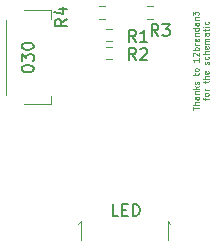
<source format=gbr>
%TF.GenerationSoftware,KiCad,Pcbnew,(5.1.10)-1*%
%TF.CreationDate,2022-03-08T18:47:31-05:00*%
%TF.ProjectId,030,3033302e-6b69-4636-9164-5f7063625858,rev?*%
%TF.SameCoordinates,Original*%
%TF.FileFunction,Legend,Top*%
%TF.FilePolarity,Positive*%
%FSLAX46Y46*%
G04 Gerber Fmt 4.6, Leading zero omitted, Abs format (unit mm)*
G04 Created by KiCad (PCBNEW (5.1.10)-1) date 2022-03-08 18:47:31*
%MOMM*%
%LPD*%
G01*
G04 APERTURE LIST*
%ADD10C,0.100000*%
%ADD11C,0.120000*%
%ADD12C,0.150000*%
G04 APERTURE END LIST*
D10*
X111950190Y-61594476D02*
X111950190Y-61308761D01*
X112450190Y-61451619D02*
X111950190Y-61451619D01*
X112450190Y-61142095D02*
X111950190Y-61142095D01*
X112450190Y-60927809D02*
X112188285Y-60927809D01*
X112140666Y-60951619D01*
X112116857Y-60999238D01*
X112116857Y-61070666D01*
X112140666Y-61118285D01*
X112164476Y-61142095D01*
X112450190Y-60475428D02*
X112188285Y-60475428D01*
X112140666Y-60499238D01*
X112116857Y-60546857D01*
X112116857Y-60642095D01*
X112140666Y-60689714D01*
X112426380Y-60475428D02*
X112450190Y-60523047D01*
X112450190Y-60642095D01*
X112426380Y-60689714D01*
X112378761Y-60713523D01*
X112331142Y-60713523D01*
X112283523Y-60689714D01*
X112259714Y-60642095D01*
X112259714Y-60523047D01*
X112235904Y-60475428D01*
X112116857Y-60237333D02*
X112450190Y-60237333D01*
X112164476Y-60237333D02*
X112140666Y-60213523D01*
X112116857Y-60165904D01*
X112116857Y-60094476D01*
X112140666Y-60046857D01*
X112188285Y-60023047D01*
X112450190Y-60023047D01*
X112450190Y-59784952D02*
X111950190Y-59784952D01*
X112259714Y-59737333D02*
X112450190Y-59594476D01*
X112116857Y-59594476D02*
X112307333Y-59784952D01*
X112426380Y-59404000D02*
X112450190Y-59356380D01*
X112450190Y-59261142D01*
X112426380Y-59213523D01*
X112378761Y-59189714D01*
X112354952Y-59189714D01*
X112307333Y-59213523D01*
X112283523Y-59261142D01*
X112283523Y-59332571D01*
X112259714Y-59380190D01*
X112212095Y-59404000D01*
X112188285Y-59404000D01*
X112140666Y-59380190D01*
X112116857Y-59332571D01*
X112116857Y-59261142D01*
X112140666Y-59213523D01*
X112116857Y-58665904D02*
X112116857Y-58475428D01*
X111950190Y-58594476D02*
X112378761Y-58594476D01*
X112426380Y-58570666D01*
X112450190Y-58523047D01*
X112450190Y-58475428D01*
X112450190Y-58237333D02*
X112426380Y-58284952D01*
X112402571Y-58308761D01*
X112354952Y-58332571D01*
X112212095Y-58332571D01*
X112164476Y-58308761D01*
X112140666Y-58284952D01*
X112116857Y-58237333D01*
X112116857Y-58165904D01*
X112140666Y-58118285D01*
X112164476Y-58094476D01*
X112212095Y-58070666D01*
X112354952Y-58070666D01*
X112402571Y-58094476D01*
X112426380Y-58118285D01*
X112450190Y-58165904D01*
X112450190Y-58237333D01*
X112450190Y-57213523D02*
X112450190Y-57499238D01*
X112450190Y-57356380D02*
X111950190Y-57356380D01*
X112021619Y-57404000D01*
X112069238Y-57451619D01*
X112093047Y-57499238D01*
X111997809Y-57023047D02*
X111974000Y-56999238D01*
X111950190Y-56951619D01*
X111950190Y-56832571D01*
X111974000Y-56784952D01*
X111997809Y-56761142D01*
X112045428Y-56737333D01*
X112093047Y-56737333D01*
X112164476Y-56761142D01*
X112450190Y-57046857D01*
X112450190Y-56737333D01*
X112450190Y-56523047D02*
X111950190Y-56523047D01*
X112140666Y-56523047D02*
X112116857Y-56475428D01*
X112116857Y-56380190D01*
X112140666Y-56332571D01*
X112164476Y-56308761D01*
X112212095Y-56284952D01*
X112354952Y-56284952D01*
X112402571Y-56308761D01*
X112426380Y-56332571D01*
X112450190Y-56380190D01*
X112450190Y-56475428D01*
X112426380Y-56523047D01*
X112450190Y-56070666D02*
X112116857Y-56070666D01*
X112212095Y-56070666D02*
X112164476Y-56046857D01*
X112140666Y-56023047D01*
X112116857Y-55975428D01*
X112116857Y-55927809D01*
X112426380Y-55570666D02*
X112450190Y-55618285D01*
X112450190Y-55713523D01*
X112426380Y-55761142D01*
X112378761Y-55784952D01*
X112188285Y-55784952D01*
X112140666Y-55761142D01*
X112116857Y-55713523D01*
X112116857Y-55618285D01*
X112140666Y-55570666D01*
X112188285Y-55546857D01*
X112235904Y-55546857D01*
X112283523Y-55784952D01*
X112116857Y-55332571D02*
X112450190Y-55332571D01*
X112164476Y-55332571D02*
X112140666Y-55308761D01*
X112116857Y-55261142D01*
X112116857Y-55189714D01*
X112140666Y-55142095D01*
X112188285Y-55118285D01*
X112450190Y-55118285D01*
X112450190Y-54665904D02*
X111950190Y-54665904D01*
X112426380Y-54665904D02*
X112450190Y-54713523D01*
X112450190Y-54808761D01*
X112426380Y-54856380D01*
X112402571Y-54880190D01*
X112354952Y-54904000D01*
X112212095Y-54904000D01*
X112164476Y-54880190D01*
X112140666Y-54856380D01*
X112116857Y-54808761D01*
X112116857Y-54713523D01*
X112140666Y-54665904D01*
X112450190Y-54213523D02*
X112188285Y-54213523D01*
X112140666Y-54237333D01*
X112116857Y-54284952D01*
X112116857Y-54380190D01*
X112140666Y-54427809D01*
X112426380Y-54213523D02*
X112450190Y-54261142D01*
X112450190Y-54380190D01*
X112426380Y-54427809D01*
X112378761Y-54451619D01*
X112331142Y-54451619D01*
X112283523Y-54427809D01*
X112259714Y-54380190D01*
X112259714Y-54261142D01*
X112235904Y-54213523D01*
X112116857Y-53975428D02*
X112450190Y-53975428D01*
X112164476Y-53975428D02*
X112140666Y-53951619D01*
X112116857Y-53904000D01*
X112116857Y-53832571D01*
X112140666Y-53784952D01*
X112188285Y-53761142D01*
X112450190Y-53761142D01*
X111950190Y-53570666D02*
X111950190Y-53261142D01*
X112140666Y-53427809D01*
X112140666Y-53356380D01*
X112164476Y-53308761D01*
X112188285Y-53284952D01*
X112235904Y-53261142D01*
X112354952Y-53261142D01*
X112402571Y-53284952D01*
X112426380Y-53308761D01*
X112450190Y-53356380D01*
X112450190Y-53499238D01*
X112426380Y-53546857D01*
X112402571Y-53570666D01*
X112966857Y-60737333D02*
X112966857Y-60546857D01*
X113300190Y-60665904D02*
X112871619Y-60665904D01*
X112824000Y-60642095D01*
X112800190Y-60594476D01*
X112800190Y-60546857D01*
X113300190Y-60308761D02*
X113276380Y-60356380D01*
X113252571Y-60380190D01*
X113204952Y-60404000D01*
X113062095Y-60404000D01*
X113014476Y-60380190D01*
X112990666Y-60356380D01*
X112966857Y-60308761D01*
X112966857Y-60237333D01*
X112990666Y-60189714D01*
X113014476Y-60165904D01*
X113062095Y-60142095D01*
X113204952Y-60142095D01*
X113252571Y-60165904D01*
X113276380Y-60189714D01*
X113300190Y-60237333D01*
X113300190Y-60308761D01*
X113300190Y-59927809D02*
X112966857Y-59927809D01*
X113062095Y-59927809D02*
X113014476Y-59904000D01*
X112990666Y-59880190D01*
X112966857Y-59832571D01*
X112966857Y-59784952D01*
X112966857Y-59308761D02*
X112966857Y-59118285D01*
X112800190Y-59237333D02*
X113228761Y-59237333D01*
X113276380Y-59213523D01*
X113300190Y-59165904D01*
X113300190Y-59118285D01*
X113300190Y-58951619D02*
X112800190Y-58951619D01*
X113300190Y-58737333D02*
X113038285Y-58737333D01*
X112990666Y-58761142D01*
X112966857Y-58808761D01*
X112966857Y-58880190D01*
X112990666Y-58927809D01*
X113014476Y-58951619D01*
X113276380Y-58308761D02*
X113300190Y-58356380D01*
X113300190Y-58451619D01*
X113276380Y-58499238D01*
X113228761Y-58523047D01*
X113038285Y-58523047D01*
X112990666Y-58499238D01*
X112966857Y-58451619D01*
X112966857Y-58356380D01*
X112990666Y-58308761D01*
X113038285Y-58284952D01*
X113085904Y-58284952D01*
X113133523Y-58523047D01*
X113276380Y-57713523D02*
X113300190Y-57665904D01*
X113300190Y-57570666D01*
X113276380Y-57523047D01*
X113228761Y-57499238D01*
X113204952Y-57499238D01*
X113157333Y-57523047D01*
X113133523Y-57570666D01*
X113133523Y-57642095D01*
X113109714Y-57689714D01*
X113062095Y-57713523D01*
X113038285Y-57713523D01*
X112990666Y-57689714D01*
X112966857Y-57642095D01*
X112966857Y-57570666D01*
X112990666Y-57523047D01*
X113276380Y-57070666D02*
X113300190Y-57118285D01*
X113300190Y-57213523D01*
X113276380Y-57261142D01*
X113252571Y-57284952D01*
X113204952Y-57308761D01*
X113062095Y-57308761D01*
X113014476Y-57284952D01*
X112990666Y-57261142D01*
X112966857Y-57213523D01*
X112966857Y-57118285D01*
X112990666Y-57070666D01*
X113300190Y-56856380D02*
X112800190Y-56856380D01*
X113300190Y-56642095D02*
X113038285Y-56642095D01*
X112990666Y-56665904D01*
X112966857Y-56713523D01*
X112966857Y-56784952D01*
X112990666Y-56832571D01*
X113014476Y-56856380D01*
X113276380Y-56213523D02*
X113300190Y-56261142D01*
X113300190Y-56356380D01*
X113276380Y-56404000D01*
X113228761Y-56427809D01*
X113038285Y-56427809D01*
X112990666Y-56404000D01*
X112966857Y-56356380D01*
X112966857Y-56261142D01*
X112990666Y-56213523D01*
X113038285Y-56189714D01*
X113085904Y-56189714D01*
X113133523Y-56427809D01*
X113300190Y-55975428D02*
X112966857Y-55975428D01*
X113014476Y-55975428D02*
X112990666Y-55951619D01*
X112966857Y-55904000D01*
X112966857Y-55832571D01*
X112990666Y-55784952D01*
X113038285Y-55761142D01*
X113300190Y-55761142D01*
X113038285Y-55761142D02*
X112990666Y-55737333D01*
X112966857Y-55689714D01*
X112966857Y-55618285D01*
X112990666Y-55570666D01*
X113038285Y-55546857D01*
X113300190Y-55546857D01*
X113300190Y-55094476D02*
X113038285Y-55094476D01*
X112990666Y-55118285D01*
X112966857Y-55165904D01*
X112966857Y-55261142D01*
X112990666Y-55308761D01*
X113276380Y-55094476D02*
X113300190Y-55142095D01*
X113300190Y-55261142D01*
X113276380Y-55308761D01*
X113228761Y-55332571D01*
X113181142Y-55332571D01*
X113133523Y-55308761D01*
X113109714Y-55261142D01*
X113109714Y-55142095D01*
X113085904Y-55094476D01*
X112966857Y-54927809D02*
X112966857Y-54737333D01*
X112800190Y-54856380D02*
X113228761Y-54856380D01*
X113276380Y-54832571D01*
X113300190Y-54784952D01*
X113300190Y-54737333D01*
X113300190Y-54570666D02*
X112966857Y-54570666D01*
X112800190Y-54570666D02*
X112824000Y-54594476D01*
X112847809Y-54570666D01*
X112824000Y-54546857D01*
X112800190Y-54570666D01*
X112847809Y-54570666D01*
X113276380Y-54118285D02*
X113300190Y-54165904D01*
X113300190Y-54261142D01*
X113276380Y-54308761D01*
X113252571Y-54332571D01*
X113204952Y-54356380D01*
X113062095Y-54356380D01*
X113014476Y-54332571D01*
X112990666Y-54308761D01*
X112966857Y-54261142D01*
X112966857Y-54165904D01*
X112990666Y-54118285D01*
D11*
%TO.C,J1*%
X99995000Y-53880656D02*
X99995000Y-53162901D01*
X99995000Y-53162901D02*
X97649681Y-53162901D01*
X99995000Y-61113101D02*
X99995000Y-60395346D01*
X97649681Y-61113101D02*
X99995000Y-61113101D01*
X96134200Y-53979501D02*
X96134200Y-60296501D01*
%TO.C,D1*%
X102472000Y-71036000D02*
X102272000Y-71236000D01*
X102472000Y-72636000D02*
X102472000Y-71036000D01*
X109872000Y-71036000D02*
X110072000Y-71236000D01*
X109872000Y-72636000D02*
X109872000Y-71036000D01*
%TO.C,R1*%
X105133224Y-54722500D02*
X104623776Y-54722500D01*
X105133224Y-55767500D02*
X104623776Y-55767500D01*
%TO.C,R2*%
X105133224Y-57291500D02*
X104623776Y-57291500D01*
X105133224Y-56246500D02*
X104623776Y-56246500D01*
%TO.C,R3*%
X108099776Y-53862500D02*
X108609224Y-53862500D01*
X108099776Y-52817500D02*
X108609224Y-52817500D01*
%TO.C,R4*%
X104012276Y-52817500D02*
X104521724Y-52817500D01*
X104012276Y-53862500D02*
X104521724Y-53862500D01*
%TO.C,J1*%
D12*
X97496380Y-58150000D02*
X97496380Y-58054761D01*
X97544000Y-57959523D01*
X97591619Y-57911904D01*
X97686857Y-57864285D01*
X97877333Y-57816666D01*
X98115428Y-57816666D01*
X98305904Y-57864285D01*
X98401142Y-57911904D01*
X98448761Y-57959523D01*
X98496380Y-58054761D01*
X98496380Y-58150000D01*
X98448761Y-58245238D01*
X98401142Y-58292857D01*
X98305904Y-58340476D01*
X98115428Y-58388095D01*
X97877333Y-58388095D01*
X97686857Y-58340476D01*
X97591619Y-58292857D01*
X97544000Y-58245238D01*
X97496380Y-58150000D01*
X97496380Y-57483333D02*
X97496380Y-56864285D01*
X97877333Y-57197619D01*
X97877333Y-57054761D01*
X97924952Y-56959523D01*
X97972571Y-56911904D01*
X98067809Y-56864285D01*
X98305904Y-56864285D01*
X98401142Y-56911904D01*
X98448761Y-56959523D01*
X98496380Y-57054761D01*
X98496380Y-57340476D01*
X98448761Y-57435714D01*
X98401142Y-57483333D01*
X97496380Y-56245238D02*
X97496380Y-56150000D01*
X97544000Y-56054761D01*
X97591619Y-56007142D01*
X97686857Y-55959523D01*
X97877333Y-55911904D01*
X98115428Y-55911904D01*
X98305904Y-55959523D01*
X98401142Y-56007142D01*
X98448761Y-56054761D01*
X98496380Y-56150000D01*
X98496380Y-56245238D01*
X98448761Y-56340476D01*
X98401142Y-56388095D01*
X98305904Y-56435714D01*
X98115428Y-56483333D01*
X97877333Y-56483333D01*
X97686857Y-56435714D01*
X97591619Y-56388095D01*
X97544000Y-56340476D01*
X97496380Y-56245238D01*
%TO.C,D1*%
X105656142Y-70556380D02*
X105179952Y-70556380D01*
X105179952Y-69556380D01*
X105989476Y-70032571D02*
X106322809Y-70032571D01*
X106465666Y-70556380D02*
X105989476Y-70556380D01*
X105989476Y-69556380D01*
X106465666Y-69556380D01*
X106894238Y-70556380D02*
X106894238Y-69556380D01*
X107132333Y-69556380D01*
X107275190Y-69604000D01*
X107370428Y-69699238D01*
X107418047Y-69794476D01*
X107465666Y-69984952D01*
X107465666Y-70127809D01*
X107418047Y-70318285D01*
X107370428Y-70413523D01*
X107275190Y-70508761D01*
X107132333Y-70556380D01*
X106894238Y-70556380D01*
%TO.C,R1*%
X107148333Y-55824380D02*
X106815000Y-55348190D01*
X106576904Y-55824380D02*
X106576904Y-54824380D01*
X106957857Y-54824380D01*
X107053095Y-54872000D01*
X107100714Y-54919619D01*
X107148333Y-55014857D01*
X107148333Y-55157714D01*
X107100714Y-55252952D01*
X107053095Y-55300571D01*
X106957857Y-55348190D01*
X106576904Y-55348190D01*
X108100714Y-55824380D02*
X107529285Y-55824380D01*
X107815000Y-55824380D02*
X107815000Y-54824380D01*
X107719761Y-54967238D01*
X107624523Y-55062476D01*
X107529285Y-55110095D01*
%TO.C,R2*%
X107148333Y-57348380D02*
X106815000Y-56872190D01*
X106576904Y-57348380D02*
X106576904Y-56348380D01*
X106957857Y-56348380D01*
X107053095Y-56396000D01*
X107100714Y-56443619D01*
X107148333Y-56538857D01*
X107148333Y-56681714D01*
X107100714Y-56776952D01*
X107053095Y-56824571D01*
X106957857Y-56872190D01*
X106576904Y-56872190D01*
X107529285Y-56443619D02*
X107576904Y-56396000D01*
X107672142Y-56348380D01*
X107910238Y-56348380D01*
X108005476Y-56396000D01*
X108053095Y-56443619D01*
X108100714Y-56538857D01*
X108100714Y-56634095D01*
X108053095Y-56776952D01*
X107481666Y-57348380D01*
X108100714Y-57348380D01*
%TO.C,R3*%
X109053333Y-55316380D02*
X108720000Y-54840190D01*
X108481904Y-55316380D02*
X108481904Y-54316380D01*
X108862857Y-54316380D01*
X108958095Y-54364000D01*
X109005714Y-54411619D01*
X109053333Y-54506857D01*
X109053333Y-54649714D01*
X109005714Y-54744952D01*
X108958095Y-54792571D01*
X108862857Y-54840190D01*
X108481904Y-54840190D01*
X109386666Y-54316380D02*
X110005714Y-54316380D01*
X109672380Y-54697333D01*
X109815238Y-54697333D01*
X109910476Y-54744952D01*
X109958095Y-54792571D01*
X110005714Y-54887809D01*
X110005714Y-55125904D01*
X109958095Y-55221142D01*
X109910476Y-55268761D01*
X109815238Y-55316380D01*
X109529523Y-55316380D01*
X109434285Y-55268761D01*
X109386666Y-55221142D01*
%TO.C,R4*%
X101290380Y-53887666D02*
X100814190Y-54221000D01*
X101290380Y-54459095D02*
X100290380Y-54459095D01*
X100290380Y-54078142D01*
X100338000Y-53982904D01*
X100385619Y-53935285D01*
X100480857Y-53887666D01*
X100623714Y-53887666D01*
X100718952Y-53935285D01*
X100766571Y-53982904D01*
X100814190Y-54078142D01*
X100814190Y-54459095D01*
X100623714Y-53030523D02*
X101290380Y-53030523D01*
X100242761Y-53268619D02*
X100957047Y-53506714D01*
X100957047Y-52887666D01*
%TD*%
M02*

</source>
